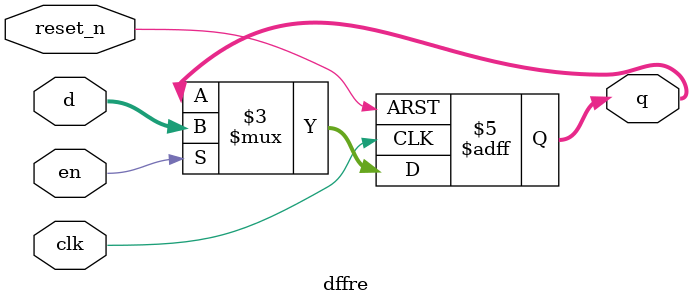
<source format=sv>
module dffre # (
	parameter WIDTH = 32
)(
	input logic clk,
	input logic reset_n,
	input logic en,
	input logic [WIDTH-1 : 0] d,         
	output logic [WIDTH-1 : 0] q
);
	always @(posedge clk or negedge reset_n) begin
		if (!reset_n) begin
			q <= {WIDTH{1'b0}};
		end else if (en) begin
			q <= d;
		end
	end
endmodule



</source>
